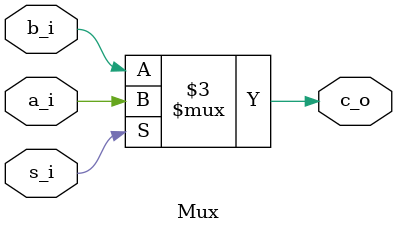
<source format=v>
module Mux (
	input			a_i,
	input			b_i,
	input			s_i,
	output reg	c_o
);

	//Multiplexor - Algoritmo
	//assign c_o = (s_i) ? a_i : b_i;

	//Multiplexor - Comportamiento
	always @(*)
	begin
		if (s_i)
			c_o = a_i;
		else
			c_o = b_i;
	end
	
endmodule 
</source>
